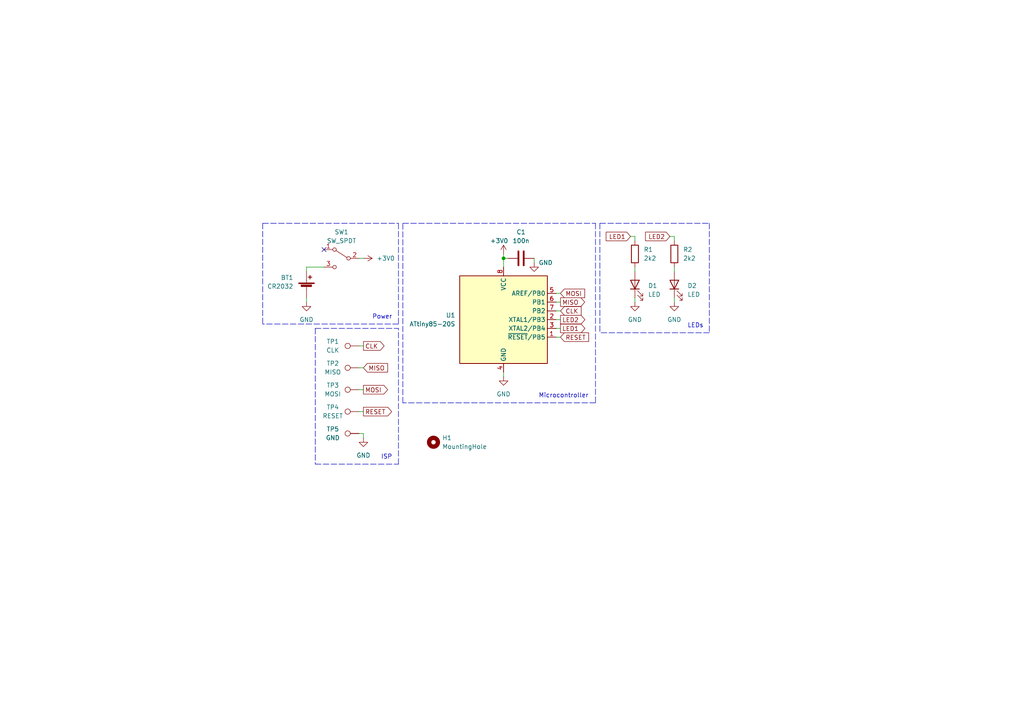
<source format=kicad_sch>
(kicad_sch (version 20211123) (generator eeschema)
  (paper "A4")
  (title_block (title "ghost-julialabs") (date "2022-08-24") (rev "1.0"))
  (lib_symbols
    (symbol "Connector:TestPoint" (pin_numbers hide) (pin_names (offset 0.762) hide)
      (property "Reference" "TP" (at 0 6.858 0))
      (property "Value" "TestPoint" (at 0 5.08 0))
      (symbol "TestPoint_0_1"
        (circle (center 0 3.302) (radius 0.762))
      )
      (symbol "TestPoint_1_1"
        (pin passive line (at 0 0 90) (length 2.54) (name "1") (number "1"))
      )
    )
    (symbol "Device:Battery_Cell" (pin_numbers hide) (pin_names (offset 0) hide)
      (property "Reference" "BT" (at 2.54 2.54 0))
      (property "Value" "Battery_Cell" (at 2.54 0 0))
      (symbol "Battery_Cell_0_1"
        (rectangle (start -2.286 1.778) (end 2.286 1.524) (fill (type outline)))
        (rectangle (start -1.5748 1.1938) (end 1.4732 0.6858) (fill (type outline)))
        (polyline (pts (xy 0 0.762) (xy 0 0)))
        (polyline (pts (xy 0 1.778) (xy 0 2.54)))
        (polyline (pts (xy 0.508 3.429) (xy 1.524 3.429)) (stroke (width 0.254)))
        (polyline (pts (xy 1.016 3.937) (xy 1.016 2.921)) (stroke (width 0.254)))
      )
      (symbol "Battery_Cell_1_1"
        (pin passive line (at 0 5.08 270) (length 2.54) (name "+") (number "1"))
        (pin passive line (at 0 -2.54 90) (length 2.54) (name "-") (number "2"))
      )
    )
    (symbol "Device:C" (pin_numbers hide) (pin_names (offset 0.254))
      (property "Reference" "C" (at 0.635 2.54 0))
      (property "Value" "C" (at 0.635 -2.54 0))
      (symbol "C_0_1"
        (polyline (pts (xy -2.032 -0.762) (xy 2.032 -0.762)) (stroke (width 0.508)))
        (polyline (pts (xy -2.032 0.762) (xy 2.032 0.762)) (stroke (width 0.508)))
      )
      (symbol "C_1_1"
        (pin passive line (at 0 3.81 270) (length 2.794) (name "~") (number "1"))
        (pin passive line (at 0 -3.81 90) (length 2.794) (name "~") (number "2"))
      )
    )
    (symbol "Device:LED" (pin_numbers hide) (pin_names (offset 1.016) hide)
      (property "Reference" "D" (at 0 2.54 0))
      (property "Value" "LED" (at 0 -2.54 0))
      (symbol "LED_0_1"
        (polyline (pts (xy -1.27 -1.27) (xy -1.27 1.27)) (stroke (width 0.254)))
        (polyline (pts (xy -1.27 0) (xy 1.27 0)))
        (polyline (pts (xy 1.27 -1.27) (xy 1.27 1.27) (xy -1.27 0) (xy 1.27 -1.27)) (stroke (width 0.254)))
        (polyline (pts (xy -3.048 -0.762) (xy -4.572 -2.286) (xy -3.81 -2.286) (xy -4.572 -2.286) (xy -4.572 -1.524)))
        (polyline (pts (xy -1.778 -0.762) (xy -3.302 -2.286) (xy -2.54 -2.286) (xy -3.302 -2.286) (xy -3.302 -1.524)))
      )
      (symbol "LED_1_1"
        (pin passive line (at -3.81 0 0) (length 2.54) (name "K") (number "1"))
        (pin passive line (at 3.81 0 180) (length 2.54) (name "A") (number "2"))
      )
    )
    (symbol "Device:R" (pin_numbers hide) (pin_names (offset 0))
      (property "Reference" "R" (at 2.032 0 90))
      (property "Value" "R" (at 0 0 90))
      (symbol "R_0_1"
        (rectangle (start -1.016 -2.54) (end 1.016 2.54) (stroke (width 0.254)))
      )
      (symbol "R_1_1"
        (pin passive line (at 0 3.81 270) (length 1.27) (name "~") (number "1"))
        (pin passive line (at 0 -3.81 90) (length 1.27) (name "~") (number "2"))
      )
    )
    (symbol "MCU_Microchip_ATtiny:ATtiny85-20S"
      (property "Reference" "U" (at -12.7 13.97 0))
      (property "Value" "ATtiny85-20S" (at 2.54 -13.97 0))
      (symbol "ATtiny85-20S_0_1"
        (rectangle (start -12.7 -12.7) (end 12.7 12.7) (stroke (width 0.254)) (fill (type background)))
      )
      (symbol "ATtiny85-20S_1_1"
        (pin bidirectional line (at 15.24 -5.08 180) (length 2.54) (name "~{RESET}/PB5") (number "1"))
        (pin bidirectional line (at 15.24 0 180) (length 2.54) (name "XTAL1/PB3") (number "2"))
        (pin bidirectional line (at 15.24 -2.54 180) (length 2.54) (name "XTAL2/PB4") (number "3"))
        (pin power_in line (at 0 -15.24 90) (length 2.54) (name "GND") (number "4"))
        (pin bidirectional line (at 15.24 7.62 180) (length 2.54) (name "AREF/PB0") (number "5"))
        (pin bidirectional line (at 15.24 5.08 180) (length 2.54) (name "PB1") (number "6"))
        (pin bidirectional line (at 15.24 2.54 180) (length 2.54) (name "PB2") (number "7"))
        (pin power_in line (at 0 15.24 270) (length 2.54) (name "VCC") (number "8"))
      )
    )
    (symbol "Mechanical:MountingHole" (pin_names (offset 1.016))
      (property "Reference" "H" (at 0 5.08 0))
      (property "Value" "MountingHole" (at 0 3.175 0))
      (symbol "MountingHole_0_1"
        (circle (center 0 0) (radius 1.27) (stroke (width 1.27)))
      )
    )
    (symbol "Switch:SW_SPDT" (pin_names (offset 0) hide)
      (property "Reference" "SW" (at 0 4.318 0))
      (property "Value" "SW_SPDT" (at 0 -5.08 0))
      (symbol "SW_SPDT_0_0"
        (circle (center -2.032 0) (radius 0.508))
        (circle (center 2.032 -2.54) (radius 0.508))
      )
      (symbol "SW_SPDT_0_1"
        (polyline (pts (xy -1.524 0.254) (xy 1.651 2.286)))
        (circle (center 2.032 2.54) (radius 0.508))
      )
      (symbol "SW_SPDT_1_1"
        (pin passive line (at 5.08 2.54 180) (length 2.54) (name "A") (number "1"))
        (pin passive line (at -5.08 0 0) (length 2.54) (name "B") (number "2"))
        (pin passive line (at 5.08 -2.54 180) (length 2.54) (name "C") (number "3"))
      )
    )
    (symbol "power:+3V0" (power) (pin_names (offset 0))
      (property "Value" "+3V0" (at 0 3.556 0))
      (symbol "+3V0_0_1"
        (polyline (pts (xy -0.762 1.27) (xy 0 2.54)))
        (polyline (pts (xy 0 0) (xy 0 2.54)))
        (polyline (pts (xy 0 2.54) (xy 0.762 1.27)))
      )
      (symbol "+3V0_1_1"
        (pin power_in line (at 0 0 90) (length 0) hide (name "+3V0") (number "1"))
      )
    )
    (symbol "power:GND" (power) (pin_names (offset 0))
      (property "Value" "GND" (at 0 -3.81 0))
      (symbol "GND_0_1"
        (polyline (pts (xy 0 0) (xy 0 -1.27) (xy 1.27 -1.27) (xy 0 -2.54) (xy -1.27 -1.27) (xy 0 -1.27)))
      )
      (symbol "GND_1_1"
        (pin power_in line (at 0 0 270) (length 0) hide (name "GND") (number "1"))
      )
    )
  )
  (junction (at 146.05 74.93))
  (no_connect (at 93.98 72.39))
  (wire (pts (xy 146.05 73.66) (xy 146.05 74.93)))
  (polyline (pts (xy 76.2 64.77) (xy 76.2 93.98)))
  (polyline (pts (xy 91.44 134.62) (xy 115.57 134.62)))
  (wire (pts (xy 104.14 119.38) (xy 105.41 119.38)))
  (wire (pts (xy 104.14 106.68) (xy 105.41 106.68)))
  (wire (pts (xy 104.14 125.73) (xy 105.41 125.73)))
  (wire (pts (xy 146.05 74.93) (xy 147.32 74.93)))
  (wire (pts (xy 161.29 95.25) (xy 162.56 95.25)))
  (wire (pts (xy 104.14 74.93) (xy 105.41 74.93)))
  (polyline (pts (xy 115.57 93.98) (xy 76.2 93.98)))
  (polyline (pts (xy 173.99 64.77) (xy 205.74 64.77)))
  (wire (pts (xy 161.29 92.71) (xy 162.56 92.71)))
  (wire (pts (xy 161.29 97.79) (xy 162.56 97.79)))
  (polyline (pts (xy 205.74 64.77) (xy 205.74 96.52)))
  (wire (pts (xy 161.29 90.17) (xy 162.56 90.17)))
  (polyline (pts (xy 172.72 116.84) (xy 116.84 116.84)))
  (wire (pts (xy 195.58 68.58) (xy 194.31 68.58)))
  (wire (pts (xy 184.15 68.58) (xy 184.15 69.85)))
  (polyline (pts (xy 76.2 64.77) (xy 115.57 64.77)))
  (wire (pts (xy 184.15 86.36) (xy 184.15 87.63)))
  (polyline (pts (xy 172.72 64.77) (xy 172.72 116.84)))
  (wire (pts (xy 195.58 77.47) (xy 195.58 78.74)))
  (polyline (pts (xy 116.84 64.77) (xy 172.72 64.77)))
  (wire (pts (xy 184.15 77.47) (xy 184.15 78.74)))
  (wire (pts (xy 104.14 113.03) (xy 105.41 113.03)))
  (wire (pts (xy 88.9 77.47) (xy 93.98 77.47)))
  (wire (pts (xy 104.14 100.33) (xy 105.41 100.33)))
  (wire (pts (xy 88.9 86.36) (xy 88.9 87.63)))
  (polyline (pts (xy 116.84 116.84) (xy 116.84 64.77)))
  (wire (pts (xy 184.15 68.58) (xy 182.88 68.58)))
  (polyline (pts (xy 205.74 96.52) (xy 173.99 96.52)))
  (wire (pts (xy 146.05 107.95) (xy 146.05 109.22)))
  (polyline (pts (xy 115.57 64.77) (xy 115.57 93.98)))
  (wire (pts (xy 146.05 74.93) (xy 146.05 77.47)))
  (polyline (pts (xy 115.57 134.62) (xy 115.57 95.25)))
  (polyline (pts (xy 173.99 64.77) (xy 173.99 96.52)))
  (polyline (pts (xy 91.44 95.25) (xy 91.44 134.62)))
  (wire (pts (xy 88.9 78.74) (xy 88.9 77.47)))
  (polyline (pts (xy 91.44 95.25) (xy 115.57 95.25)))
  (wire (pts (xy 161.29 87.63) (xy 162.56 87.63)))
  (wire (pts (xy 195.58 68.58) (xy 195.58 69.85)))
  (wire (pts (xy 195.58 86.36) (xy 195.58 87.63)))
  (wire (pts (xy 161.29 85.09) (xy 162.56 85.09)))
  (wire (pts (xy 154.94 74.93) (xy 154.94 76.2)))
  (wire (pts (xy 105.41 125.73) (xy 105.41 127)))
  (text "ISP" (at 110.49 133.35 0) (effects (font (size 1.27 1.27)) (justify left bottom)))
  (text "Power" (at 107.95 92.71 0) (effects (font (size 1.27 1.27)) (justify left bottom)))
  (text "LEDs" (at 199.39 95.25 0) (effects (font (size 1.27 1.27)) (justify left bottom)))
  (text "Microcontroller" (at 156.21 115.57 0) (effects (font (size 1.27 1.27)) (justify left bottom)))
  (global_label "MOSI" (shape output) (at 105.41 113.03 0) (property "Intersheet References" "${INTERSHEET_REFS}" (effects hide)))
  (global_label "LED1" (shape input) (at 182.88 68.58 180) (property "Intersheet References" "${INTERSHEET_REFS}" (effects hide)))
  (global_label "RESET" (shape output) (at 105.41 119.38 0) (property "Intersheet References" "${INTERSHEET_REFS}" (effects hide)))
  (global_label "LED1" (shape output) (at 162.56 95.25 0) (property "Intersheet References" "${INTERSHEET_REFS}" (effects hide)))
  (global_label "LED2" (shape output) (at 162.56 92.71 0) (property "Intersheet References" "${INTERSHEET_REFS}" (effects hide)))
  (global_label "CLK" (shape output) (at 105.41 100.33 0) (property "Intersheet References" "${INTERSHEET_REFS}" (effects hide)))
  (global_label "RESET" (shape input) (at 162.56 97.79 0) (property "Intersheet References" "${INTERSHEET_REFS}" (effects hide)))
  (global_label "MOSI" (shape input) (at 162.56 85.09 0) (property "Intersheet References" "${INTERSHEET_REFS}" (effects hide)))
  (global_label "CLK" (shape input) (at 162.56 90.17 0) (property "Intersheet References" "${INTERSHEET_REFS}" (effects hide)))
  (global_label "LED2" (shape input) (at 194.31 68.58 180) (property "Intersheet References" "${INTERSHEET_REFS}" (effects hide)))
  (global_label "MISO" (shape input) (at 105.41 106.68 0) (property "Intersheet References" "${INTERSHEET_REFS}" (effects hide)))
  (global_label "MISO" (shape output) (at 162.56 87.63 0) (property "Intersheet References" "${INTERSHEET_REFS}" (effects hide)))
  (symbol (lib_id "power:+3V0") (at 146.05 73.66 0) (unit 1)
    (property "Reference" "#PWR04" (effects hide))
    (property "Value" "+3V0" (at 144.78 69.85 0))
  )
  (symbol (lib_id "Device:R") (at 195.58 73.66 0) (unit 1)
    (property "Reference" "R2" (at 198.12 72.3899 0) (effects (justify left)))
    (property "Value" "2k2" (at 198.12 74.9299 0) (effects (justify left)))
    (property "Footprint" "Resistor_SMD:R_0603_1608Metric" (effects hide))
  )
  (symbol (lib_id "Device:Battery_Cell") (at 88.9 83.82 0) (unit 1)
    (property "Reference" "BT1" (at 85.09 80.5179 0) (effects (justify right)))
    (property "Value" "CR2032" (at 85.09 83.0579 0) (effects (justify right)))
    (property "Footprint" "Battery:BatteryHolder_Keystone_1058_1x2032" (effects hide))
  )
  (symbol (lib_id "Connector:TestPoint") (at 104.14 100.33 90) (unit 1)
    (property "Reference" "TP1" (at 96.52 99.06 90))
    (property "Value" "CLK" (at 96.52 101.6 90))
    (property "Footprint" "TestPoint:TestPoint_Pad_1.0x1.0mm" (effects hide))
  )
  (symbol (lib_id "Device:LED") (at 195.58 82.55 90) (unit 1)
    (property "Reference" "D2" (at 199.39 82.8674 90) (effects (justify right)))
    (property "Value" "LED" (at 199.39 85.4074 90) (effects (justify right)))
    (property "Footprint" "LED_SMD:LED_0805_2012Metric" (effects hide))
  )
  (symbol (lib_id "power:GND") (at 88.9 87.63 0) (unit 1)
    (property "Reference" "#PWR02" (effects hide))
    (property "Value" "GND" (at 88.9 92.71 0))
  )
  (symbol (lib_id "Connector:TestPoint") (at 104.14 119.38 90) (unit 1)
    (property "Reference" "TP4" (at 96.52 118.11 90))
    (property "Value" "RESET" (at 96.52 120.65 90))
    (property "Footprint" "TestPoint:TestPoint_Pad_1.0x1.0mm" (effects hide))
  )
  (symbol (lib_id "power:+3V0") (at 105.41 74.93 270) (unit 1)
    (property "Reference" "#PWR0101" (effects hide))
    (property "Value" "+3V0" (at 109.22 74.9299 90) (effects (justify left)))
  )
  (symbol (lib_id "Device:LED") (at 184.15 82.55 90) (unit 1)
    (property "Reference" "D1" (at 187.96 82.8674 90) (effects (justify right)))
    (property "Value" "LED" (at 187.96 85.4074 90) (effects (justify right)))
    (property "Footprint" "LED_SMD:LED_0805_2012Metric" (effects hide))
  )
  (symbol (lib_id "Connector:TestPoint") (at 104.14 106.68 90) (unit 1)
    (property "Reference" "TP2" (at 96.52 105.41 90))
    (property "Value" "MISO" (at 96.52 107.95 90))
    (property "Footprint" "TestPoint:TestPoint_Pad_1.0x1.0mm" (effects hide))
  )
  (symbol (lib_id "power:GND") (at 184.15 87.63 0) (unit 1)
    (property "Reference" "#PWR07" (effects hide))
    (property "Value" "GND" (at 184.15 92.71 0))
  )
  (symbol (lib_id "Connector:TestPoint") (at 104.14 125.73 90) (unit 1)
    (property "Reference" "TP5" (at 96.52 124.46 90))
    (property "Value" "GND" (at 96.52 127 90))
    (property "Footprint" "TestPoint:TestPoint_Pad_1.0x1.0mm" (effects hide))
  )
  (symbol (lib_id "power:GND") (at 146.05 109.22 0) (unit 1)
    (property "Reference" "#PWR05" (effects hide))
    (property "Value" "GND" (at 146.05 114.3 0))
  )
  (symbol (lib_id "Mechanical:MountingHole") (at 125.73 128.27 0) (unit 1)
    (property "Reference" "H1" (at 128.27 126.9999 0) (effects (justify left)))
    (property "Value" "MountingHole" (at 128.27 129.5399 0) (effects (justify left)))
    (property "Footprint" "MountingHole:MountingHole_2.2mm_M2" (effects hide))
  )
  (symbol (lib_id "power:GND") (at 195.58 87.63 0) (unit 1)
    (property "Reference" "#PWR08" (effects hide))
    (property "Value" "GND" (at 195.58 92.71 0))
  )
  (symbol (lib_id "Connector:TestPoint") (at 104.14 113.03 90) (unit 1)
    (property "Reference" "TP3" (at 96.52 111.76 90))
    (property "Value" "MOSI" (at 96.52 114.3 90))
    (property "Footprint" "TestPoint:TestPoint_Pad_1.0x1.0mm" (effects hide))
  )
  (symbol (lib_id "power:GND") (at 105.41 127 0) (unit 1)
    (property "Reference" "#PWR03" (effects hide))
    (property "Value" "GND" (at 105.41 132.08 0))
  )
  (symbol (lib_id "Device:C") (at 151.13 74.93 90) (unit 1)
    (property "Reference" "C1" (at 151.13 67.31 90))
    (property "Value" "100n" (at 151.13 69.85 90))
    (property "Footprint" "Capacitor_SMD:C_0603_1608Metric" (effects hide))
  )
  (symbol (lib_id "Device:R") (at 184.15 73.66 0) (unit 1)
    (property "Reference" "R1" (at 186.69 72.3899 0) (effects (justify left)))
    (property "Value" "2k2" (at 186.69 74.9299 0) (effects (justify left)))
    (property "Footprint" "Resistor_SMD:R_0603_1608Metric" (effects hide))
  )
  (symbol (lib_id "MCU_Microchip_ATtiny:ATtiny85-20S") (at 146.05 92.71 0) (unit 1)
    (property "Reference" "U1" (at 132.08 91.4399 0) (effects (justify right)))
    (property "Value" "ATtiny85-20S" (at 132.08 93.9799 0) (effects (justify right)))
    (property "Footprint" "Package_SO:SOIC-8W_5.3x5.3mm_P1.27mm" (effects hide))
    (property "Datasheet" "http://ww1.microchip.com/downloads/en/DeviceDoc/atmel-2586-avr-8-bit-microcontroller-attiny25-attiny45-attiny85_datasheet.pdf" (effects hide))
  )
  (symbol (lib_id "power:GND") (at 154.94 76.2 0) (unit 1)
    (property "Reference" "#PWR06" (effects hide))
    (property "Value" "GND" (at 156.21 76.2 0) (effects (justify left)))
  )
  (symbol (lib_id "Switch:SW_SPDT") (at 99.06 74.93 0) (mirror y) (unit 1)
    (property "Reference" "SW1" (at 99.06 67.31 0))
    (property "Value" "SW_SPDT" (at 99.06 69.85 0))
    (property "Footprint" "Button_Switch_SMD:SW_SPDT_PCM12" (effects hide))
  )
)
</source>
